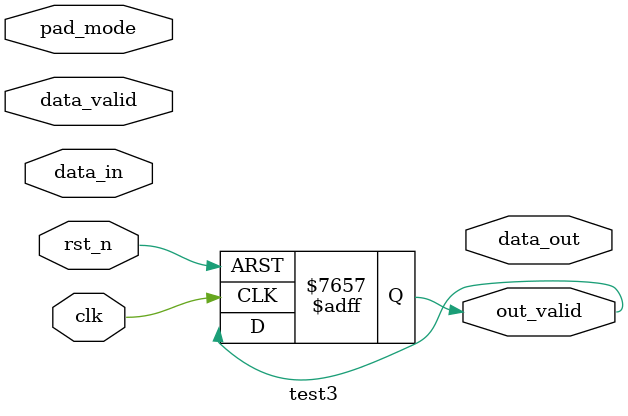
<source format=v>
module test3 #(
           parameter DATA_WIDTH = 8,
           parameter IMG_SIZE = 5,    // 可以是 3, 5, 6, 7
           parameter FILTER_SIZE = 3  // 可以是 3 或 5
       )(
           input wire clk,
           input wire rst_n,
           input wire [DATA_WIDTH-1:0] data_in,
           input wire data_valid,
           input wire pad_mode,       // 0: zero padding, 1: replication padding
           output reg [DATA_WIDTH-1:0] data_out,
           output reg out_valid
       );
//--------------------------------
//寫一個input 可以允許 3*3 5*5 6*6 7*7，
//且可以依據filter_size決定filter大小為3*3 或 5*5，
//而輸入的訊號根據filter大小做zero_padding
//--------------------------------



// 計算填充大小
localparam PADDING = (FILTER_SIZE-1)/2;
// 計算填充後的圖像大小
localparam PADDED_SIZE = IMG_SIZE + 2*PADDING;

// 用於儲存填充後的圖像
reg [DATA_WIDTH-1:0] padded_img [0:PADDED_SIZE-1][0:PADDED_SIZE-1];

// 計數器
reg [$clog2(IMG_SIZE)-1:0] row_cnt, col_cnt;

// 初始化和填充邏輯
integer i, j;
always @(posedge clk or negedge rst_n)
begin
    if (!rst_n)
    begin
        // 重置所有變數
        row_cnt <= 0;
        col_cnt <= 0;
        out_valid <= 0;

        // 初始化填充區域為0
        for (i = 0; i < PADDED_SIZE; i = i + 1)
        begin
            for (j = 0; j < PADDED_SIZE; j = j + 1)
            begin
                padded_img[i][j] <= 0;
            end
        end
    end
    else if (data_valid)
    begin
        // 將輸入數據存入適當位置（跳過填充區域）
        padded_img[PADDING + row_cnt][PADDING + col_cnt] <= data_in;

        // Replication padding：複製邊緣像素
        if (pad_mode)
        begin
            // 更新上方填充區域
            if (row_cnt == 0)
            begin
                for (i = 0; i < PADDING; i = i + 1)
                begin
                    padded_img[i][PADDING + col_cnt] <= data_in;
                end
            end
            // 更新下方填充區域
            if (row_cnt == IMG_SIZE-1)
            begin
                for (i = 0; i < PADDING; i = i + 1)
                begin
                    padded_img[PADDING + IMG_SIZE + i][PADDING + col_cnt] <= data_in;
                end
            end
            // 更新左側填充區域
            if (col_cnt == 0)
            begin
                for (j = 0; j < PADDING; j = j + 1)
                begin
                    padded_img[PADDING + row_cnt][j] <= data_in;
                end
            end
            // 更新右側填充區域
            if (col_cnt == IMG_SIZE-1)
            begin
                for (j = 0; j < PADDING; j = j + 1)
                begin
                    padded_img[PADDING + row_cnt][PADDING + IMG_SIZE + j] <= data_in;
                end
            end
            // 更新角落區域
            if (row_cnt == 0 && col_cnt == 0)
            begin  // 左上角
                for (i = 0; i < PADDING; i = i + 1)
                begin
                    for (j = 0; j < PADDING; j = j + 1)
                    begin
                        padded_img[i][j] <= data_in;
                    end
                end
            end
            if (row_cnt == 0 && col_cnt == IMG_SIZE-1)
            begin  // 右上角
                for (i = 0; i < PADDING; i = i + 1)
                begin
                    for (j = 0; j < PADDING; j = j + 1)
                    begin
                        padded_img[i][PADDING + IMG_SIZE + j] <= data_in;
                    end
                end
            end
            if (row_cnt == IMG_SIZE-1 && col_cnt == 0)
            begin  // 左下角
                for (i = 0; i < PADDING; i = i + 1)
                begin
                    for (j = 0; j < PADDING; j = j + 1)
                    begin
                        padded_img[PADDING + IMG_SIZE + i][j] <= data_in;
                    end
                end
            end
            if (row_cnt == IMG_SIZE-1 && col_cnt == IMG_SIZE-1)
            begin  // 右下角
                for (i = 0; i < PADDING; i = i + 1)
                begin
                    for (j = 0; j < PADDING; j = j + 1)
                    begin
                        padded_img[PADDING + IMG_SIZE + i][PADDING + IMG_SIZE + j] <= data_in;
                    end
                end
            end
        end

        // 更新計數器
        if (col_cnt == IMG_SIZE-1)
        begin
            col_cnt <= 0;
            if (row_cnt == IMG_SIZE-1)
                row_cnt <= 0;
            else
                row_cnt <= row_cnt + 1;
        end
        else
        begin
            col_cnt <= col_cnt + 1;
        end
    end
end

endmodule

</source>
